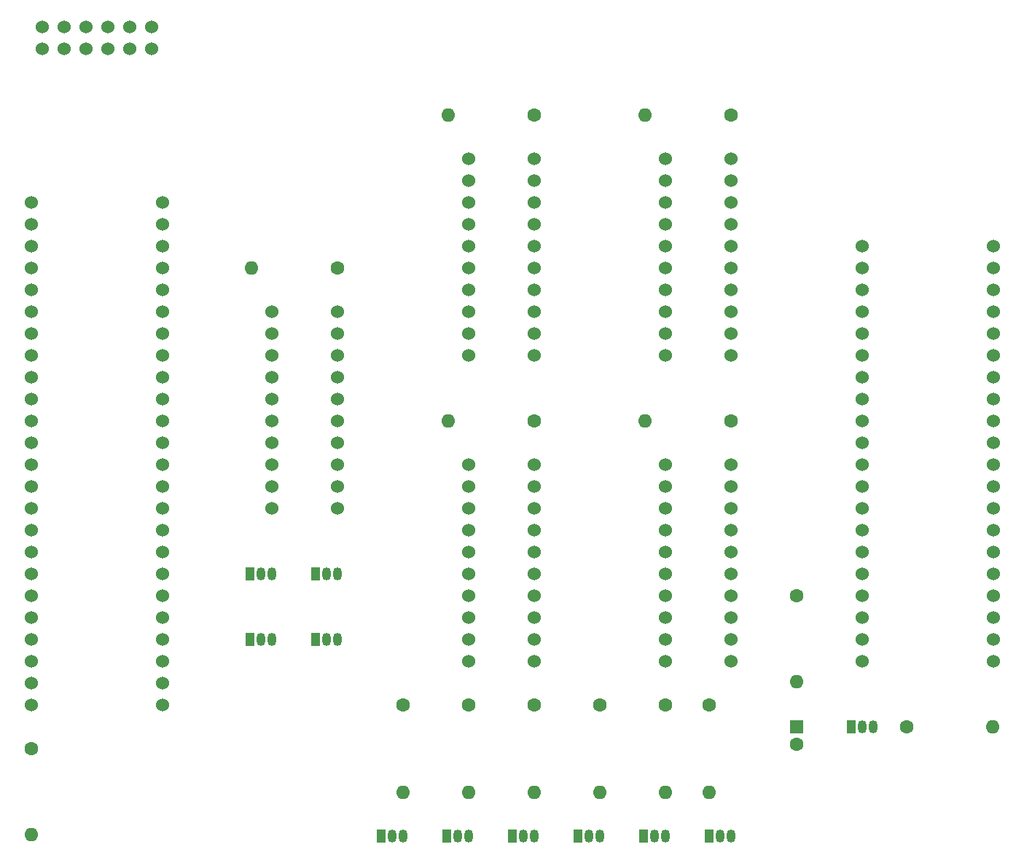
<source format=gbr>
%TF.GenerationSoftware,KiCad,Pcbnew,7.0.9*%
%TF.CreationDate,2024-11-06T00:13:14-07:00*%
%TF.ProjectId,Though_Hole_Single_Xilinx,54686f75-6768-45f4-986f-6c655f53696e,rev?*%
%TF.SameCoordinates,Original*%
%TF.FileFunction,Soldermask,Top*%
%TF.FilePolarity,Negative*%
%FSLAX46Y46*%
G04 Gerber Fmt 4.6, Leading zero omitted, Abs format (unit mm)*
G04 Created by KiCad (PCBNEW 7.0.9) date 2024-11-06 00:13:14*
%MOMM*%
%LPD*%
G01*
G04 APERTURE LIST*
%ADD10C,1.600000*%
%ADD11O,1.600000X1.600000*%
%ADD12R,1.600000X1.600000*%
%ADD13C,1.524000*%
%ADD14R,1.050000X1.500000*%
%ADD15O,1.050000X1.500000*%
G04 APERTURE END LIST*
D10*
%TO.C,C9*%
X134620000Y-142240000D03*
D11*
X134620000Y-152240000D03*
%TD*%
D10*
%TO.C,R1*%
X213360000Y-137160000D03*
D11*
X213360000Y-147320000D03*
%TD*%
D10*
%TO.C,R6*%
X177800000Y-137160000D03*
D11*
X177800000Y-147320000D03*
%TD*%
%TO.C,R5*%
X185420000Y-147320000D03*
D10*
X185420000Y-137160000D03*
%TD*%
%TO.C,R4*%
X193040000Y-137160000D03*
D11*
X193040000Y-147320000D03*
%TD*%
%TO.C,R3*%
X200660000Y-147320000D03*
D10*
X200660000Y-137160000D03*
%TD*%
%TO.C,R2*%
X208280000Y-137160000D03*
D11*
X208280000Y-147320000D03*
%TD*%
D12*
%TO.C,C2*%
X223520000Y-139700000D03*
D10*
X223520000Y-141700000D03*
%TD*%
D13*
%TO.C,U6*%
X185420000Y-109220000D03*
X185420000Y-111760000D03*
X185420000Y-114300000D03*
X185420000Y-116840000D03*
X185420000Y-119380000D03*
X185420000Y-121920000D03*
X185420000Y-124460000D03*
X185420000Y-127000000D03*
X185420000Y-129540000D03*
X185420000Y-132080000D03*
X193040000Y-132080000D03*
X193040000Y-129540000D03*
X193040000Y-127000000D03*
X193040000Y-124460000D03*
X193040000Y-121920000D03*
X193040000Y-119380000D03*
X193040000Y-116840000D03*
X193040000Y-114300000D03*
X193040000Y-111760000D03*
X193040000Y-109260000D03*
%TD*%
%TO.C,U5*%
X185420000Y-73660000D03*
X185420000Y-76200000D03*
X185420000Y-78740000D03*
X185420000Y-81280000D03*
X185420000Y-83820000D03*
X185420000Y-86360000D03*
X185420000Y-88900000D03*
X185420000Y-91440000D03*
X185420000Y-93980000D03*
X185420000Y-96520000D03*
X193040000Y-96520000D03*
X193040000Y-93980000D03*
X193040000Y-91440000D03*
X193040000Y-88900000D03*
X193040000Y-86360000D03*
X193040000Y-83820000D03*
X193040000Y-81280000D03*
X193040000Y-78740000D03*
X193040000Y-76200000D03*
X193040000Y-73700000D03*
%TD*%
%TO.C,U4*%
X215900000Y-109260000D03*
X215900000Y-111760000D03*
X215900000Y-114300000D03*
X215900000Y-116840000D03*
X215900000Y-119380000D03*
X215900000Y-121920000D03*
X215900000Y-124460000D03*
X215900000Y-127000000D03*
X215900000Y-129540000D03*
X215900000Y-132080000D03*
X208280000Y-132080000D03*
X208280000Y-129540000D03*
X208280000Y-127000000D03*
X208280000Y-124460000D03*
X208280000Y-121920000D03*
X208280000Y-119380000D03*
X208280000Y-116840000D03*
X208280000Y-114300000D03*
X208280000Y-111760000D03*
X208280000Y-109220000D03*
%TD*%
%TO.C,U3*%
X162560000Y-91440000D03*
X162560000Y-93980000D03*
X162560000Y-96520000D03*
X162560000Y-99060000D03*
X162560000Y-101600000D03*
X162560000Y-104140000D03*
X162560000Y-106680000D03*
X162560000Y-109220000D03*
X162560000Y-111760000D03*
X162560000Y-114300000D03*
X170180000Y-114300000D03*
X170180000Y-111760000D03*
X170180000Y-109220000D03*
X170180000Y-106680000D03*
X170180000Y-104140000D03*
X170180000Y-101600000D03*
X170180000Y-99060000D03*
X170180000Y-96520000D03*
X170180000Y-93980000D03*
X170180000Y-91480000D03*
%TD*%
%TO.C,U2*%
X208280000Y-73660000D03*
X208280000Y-76200000D03*
X208280000Y-78740000D03*
X208280000Y-81280000D03*
X208280000Y-83820000D03*
X208280000Y-86360000D03*
X208280000Y-88900000D03*
X208280000Y-91440000D03*
X208280000Y-93980000D03*
X208280000Y-96520000D03*
X215900000Y-96520000D03*
X215900000Y-93980000D03*
X215900000Y-91440000D03*
X215900000Y-88900000D03*
X215900000Y-86360000D03*
X215900000Y-83820000D03*
X215900000Y-81280000D03*
X215900000Y-78740000D03*
X215900000Y-76200000D03*
X215900000Y-73700000D03*
%TD*%
D14*
%TO.C,U1*%
X229870000Y-139700000D03*
D15*
X231140000Y-139700000D03*
X232410000Y-139700000D03*
%TD*%
D14*
%TO.C,Q10*%
X167640000Y-129540000D03*
D15*
X168910000Y-129540000D03*
X170180000Y-129540000D03*
%TD*%
D14*
%TO.C,Q9*%
X160020000Y-121920000D03*
D15*
X161290000Y-121920000D03*
X162560000Y-121920000D03*
%TD*%
D14*
%TO.C,Q8*%
X160020000Y-129540000D03*
D15*
X161290000Y-129540000D03*
X162560000Y-129540000D03*
%TD*%
D14*
%TO.C,Q7*%
X167640000Y-121920000D03*
D15*
X168910000Y-121920000D03*
X170180000Y-121920000D03*
%TD*%
D14*
%TO.C,Q6*%
X175260000Y-152400000D03*
D15*
X176530000Y-152400000D03*
X177800000Y-152400000D03*
%TD*%
D14*
%TO.C,Q5*%
X182880000Y-152400000D03*
D15*
X184150000Y-152400000D03*
X185420000Y-152400000D03*
%TD*%
D14*
%TO.C,Q4*%
X190500000Y-152400000D03*
D15*
X191770000Y-152400000D03*
X193040000Y-152400000D03*
%TD*%
D14*
%TO.C,Q3*%
X198120000Y-152400000D03*
D15*
X199390000Y-152400000D03*
X200660000Y-152400000D03*
%TD*%
D14*
%TO.C,Q2*%
X205740000Y-152400000D03*
D15*
X207010000Y-152400000D03*
X208280000Y-152400000D03*
%TD*%
D14*
%TO.C,Q1*%
X213360000Y-152400000D03*
D15*
X214630000Y-152400000D03*
X215900000Y-152400000D03*
%TD*%
D13*
%TO.C,J3*%
X148590000Y-58358500D03*
X146050000Y-58358500D03*
X143510000Y-58358500D03*
X140970000Y-58358500D03*
X138430000Y-58358500D03*
X135890000Y-58358500D03*
X148590000Y-60898500D03*
X146050000Y-60898500D03*
X143510000Y-60898500D03*
X140970000Y-60898500D03*
X138430000Y-60898500D03*
X135890000Y-60898500D03*
%TD*%
%TO.C,J2*%
X134620000Y-78740000D03*
X134620000Y-81280000D03*
X134620000Y-83820000D03*
X134620000Y-86360000D03*
X134620000Y-88900000D03*
X134620000Y-91440000D03*
X134620000Y-93980000D03*
X134620000Y-96520000D03*
X134620000Y-99060000D03*
X134620000Y-101600000D03*
X134620000Y-104140000D03*
X134620000Y-106680000D03*
X134620000Y-109220000D03*
X134620000Y-111760000D03*
X134620000Y-114300000D03*
X134620000Y-116840000D03*
X134620000Y-119380000D03*
X134620000Y-121920000D03*
X134620000Y-124460000D03*
X134620000Y-127000000D03*
X134620000Y-129540000D03*
X134620000Y-132080000D03*
X134620000Y-134620000D03*
X134620000Y-137160000D03*
X149860000Y-137160000D03*
X149860000Y-134620000D03*
X149860000Y-132080000D03*
X149860000Y-129540000D03*
X149860000Y-127000000D03*
X149860000Y-124460000D03*
X149860000Y-121920000D03*
X149860000Y-119380000D03*
X149860000Y-116840000D03*
X149860000Y-114300000D03*
X149860000Y-111760000D03*
X149860000Y-109220000D03*
X149860000Y-106680000D03*
X149860000Y-104140000D03*
X149860000Y-101600000D03*
X149860000Y-99060000D03*
X149860000Y-96520000D03*
X149860000Y-93980000D03*
X149860000Y-91440000D03*
X149860000Y-88900000D03*
X149860000Y-86360000D03*
X149860000Y-83820000D03*
X149860000Y-81280000D03*
X149860000Y-78740000D03*
%TD*%
%TO.C,J1*%
X231140000Y-83820000D03*
X231140000Y-86360000D03*
X231140000Y-88900000D03*
X231140000Y-91440000D03*
X231140000Y-93980000D03*
X231140000Y-96520000D03*
X231140000Y-99060000D03*
X231140000Y-101600000D03*
X231140000Y-104140000D03*
X231140000Y-106680000D03*
X231140000Y-109220000D03*
X231140000Y-111760000D03*
X231140000Y-114300000D03*
X231140000Y-116840000D03*
X231140000Y-119380000D03*
X231140000Y-121920000D03*
X231140000Y-124460000D03*
X231140000Y-127000000D03*
X231140000Y-129540000D03*
X231140000Y-132080000D03*
X246380000Y-132080000D03*
X246380000Y-129540000D03*
X246380000Y-127000000D03*
X246380000Y-124460000D03*
X246380000Y-121920000D03*
X246380000Y-119380000D03*
X246380000Y-116840000D03*
X246380000Y-114300000D03*
X246380000Y-111760000D03*
X246380000Y-109220000D03*
X246380000Y-106680000D03*
X246380000Y-104140000D03*
X246380000Y-101600000D03*
X246380000Y-99060000D03*
X246380000Y-96520000D03*
X246380000Y-93980000D03*
X246380000Y-91440000D03*
X246380000Y-88900000D03*
X246380000Y-86360000D03*
X246380000Y-83820000D03*
%TD*%
D10*
%TO.C,C8*%
X223520000Y-124460000D03*
D11*
X223520000Y-134460000D03*
%TD*%
D10*
%TO.C,C7*%
X193040000Y-68580000D03*
D11*
X183040000Y-68580000D03*
%TD*%
D10*
%TO.C,C6*%
X215900000Y-68580000D03*
D11*
X205900000Y-68580000D03*
%TD*%
D10*
%TO.C,C5*%
X215900000Y-104140000D03*
D11*
X205900000Y-104140000D03*
%TD*%
D10*
%TO.C,C4*%
X193040000Y-104140000D03*
D11*
X183040000Y-104140000D03*
%TD*%
D10*
%TO.C,C3*%
X170180000Y-86360000D03*
D11*
X160180000Y-86360000D03*
%TD*%
D10*
%TO.C,C1*%
X236300000Y-139700000D03*
D11*
X246300000Y-139700000D03*
%TD*%
M02*

</source>
